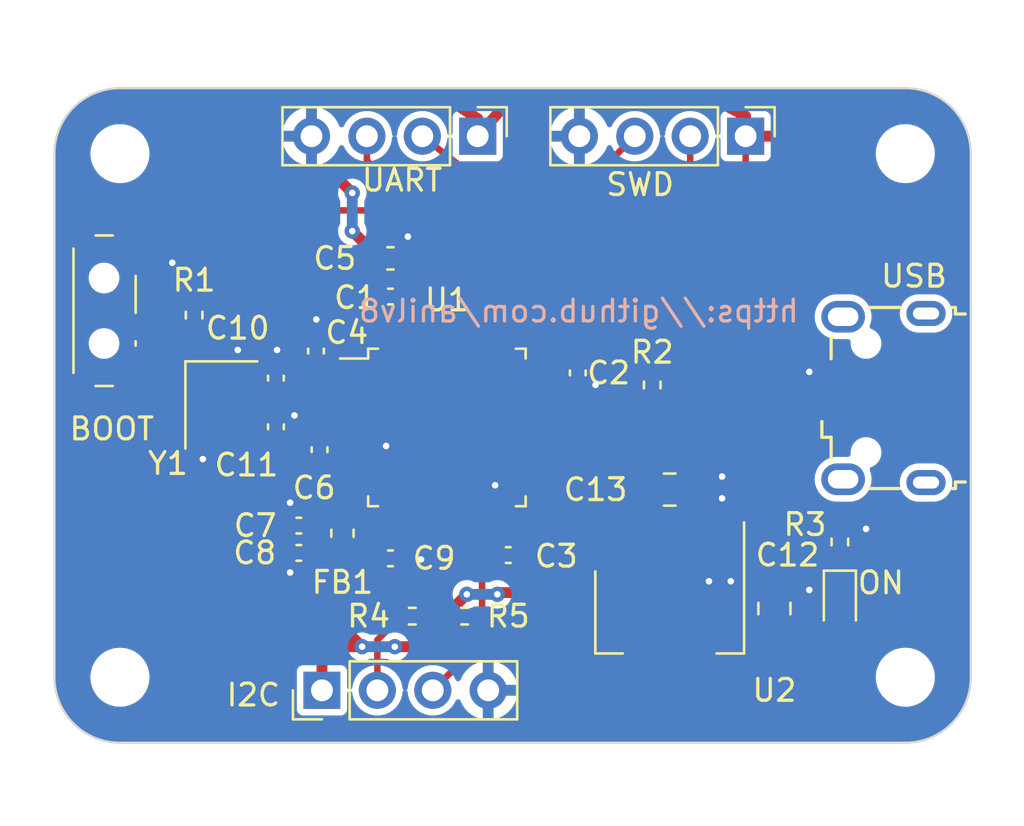
<source format=kicad_pcb>
(kicad_pcb (version 20221018) (generator pcbnew)
  (title_block (title "STM32+USB+UART+I2C+SWD") (date "2023-06-25") (rev "1.0"))
  (layers (0 "F.Cu" signal) (31 "B.Cu" power) (34 "B.Paste" user) (35 "F.Paste" user) (36 "B.SilkS" user "B.Silkscreen") (37 "F.SilkS" user "F.Silkscreen") (38 "B.Mask" user) (39 "F.Mask" user) (44 "Edge.Cuts" user))
  (net 0 "")
  (net 1 "+3.3V")
  (net 2 "GND")
  (net 3 "+3.3VA")
  (net 4 "/NRST")
  (net 5 "/HSE_IN")
  (net 6 "/HSE_OUT")
  (net 7 "VBUS")
  (net 8 "/PWR_LED_K")
  (net 9 "/USB_D-")
  (net 10 "/USB_D+")
  (net 12 "/SWDIO")
  (net 13 "/SWCLK")
  (net 14 "/USART1_TX")
  (net 15 "/USART1_RX")
  (net 16 "/I2C2_SCL")
  (net 17 "/I2C2_SDA")
  (net 18 "/SW_BOOT0")
  (net 19 "/BOOT0")
  (footprint "Resistor_SMD:R_0402_1005Metric" (layer "F.Cu") (at 135 56.8 -90)
    (fp_text reference "R2" (at -1.5 0 -180) (layer "F.SilkS"))
    (fp_text value "1k5")
    (fp_line (start -0.153641 -0.38) (end 0.153641 -0.38) (stroke (width 0.12)) (layer "F.SilkS"))
    (fp_line (start -0.153641 0.38) (end 0.153641 0.38) (stroke (width 0.12)) (layer "F.SilkS"))
    (pad "1" smd roundrect (at -0.51 0 270) (size 0.54 0.64) (layers "F.Cu" "F.Paste" "F.Mask") (net 1 "+3.3V"))
    (pad "2" smd roundrect (at 0.51 0 270) (size 0.54 0.64) (layers "F.Cu" "F.Paste" "F.Mask") (net 10 "/USB_D+"))
  )
  (footprint "Package_QFP:LQFP-48_7x7mm_P0.5mm" (layer "F.Cu") (at 125.5875 58.75)
    (fp_text reference "U1" (at 0 -5.85) (layer "F.SilkS"))
    (fp_text value "STM32F103C8T6")
    (fp_line (start -3.61 -3.61) (end -3.61 -3.16) (stroke (width 0.12)) (layer "F.SilkS"))
    (fp_line (start -3.61 -3.16) (end -4.9 -3.16) (stroke (width 0.12)) (layer "F.SilkS"))
    (fp_line (start -3.61 3.61) (end -3.61 3.16) (stroke (width 0.12)) (layer "F.SilkS"))
    (fp_line (start -3.16 -3.61) (end -3.61 -3.61) (stroke (width 0.12)) (layer "F.SilkS"))
    (fp_line (start -3.16 3.61) (end -3.61 3.61) (stroke (width 0.12)) (layer "F.SilkS"))
    (fp_line (start 3.16 -3.61) (end 3.61 -3.61) (stroke (width 0.12)) (layer "F.SilkS"))
    (fp_line (start 3.16 3.61) (end 3.61 3.61) (stroke (width 0.12)) (layer "F.SilkS"))
    (fp_line (start 3.61 -3.61) (end 3.61 -3.16) (stroke (width 0.12)) (layer "F.SilkS"))
    (fp_line (start 3.61 3.61) (end 3.61 3.16) (stroke (width 0.12)) (layer "F.SilkS"))
    (pad "1" smd roundrect (at -4.1625 -2.75) (size 1.475 0.3) (layers "F.Cu" "F.Paste" "F.Mask") (net 1 "+3.3V"))
    (pad "2" smd roundrect (at -4.1625 -2.25) (size 1.475 0.3) (layers "F.Cu" "F.Paste" "F.Mask"))
    (pad "3" smd roundrect (at -4.1625 -1.75) (size 1.475 0.3) (layers "F.Cu" "F.Paste" "F.Mask"))
    (pad "4" smd roundrect (at -4.1625 -1.25) (size 1.475 0.3) (layers "F.Cu" "F.Paste" "F.Mask"))
    (pad "5" smd roundrect (at -4.1625 -0.75) (size 1.475 0.3) (layers "F.Cu" "F.Paste" "F.Mask") (net 5 "/HSE_IN"))
    (pad "6" smd roundrect (at -4.1625 -0.25) (size 1.475 0.3) (layers "F.Cu" "F.Paste" "F.Mask") (net 6 "/HSE_OUT"))
    (pad "7" smd roundrect (at -4.1625 0.25) (size 1.475 0.3) (layers "F.Cu" "F.Paste" "F.Mask") (net 4 "/NRST"))
    (pad "8" smd roundrect (at -4.1625 0.75) (size 1.475 0.3) (layers "F.Cu" "F.Paste" "F.Mask") (net 2 "GND"))
    (pad "9" smd roundrect (at -4.1625 1.25) (size 1.475 0.3) (layers "F.Cu" "F.Paste" "F.Mask") (net 3 "+3.3VA"))
    (pad "10" smd roundrect (at -4.1625 1.75) (size 1.475 0.3) (layers "F.Cu" "F.Paste" "F.Mask"))
    (pad "11" smd roundrect (at -4.1625 2.25) (size 1.475 0.3) (layers "F.Cu" "F.Paste" "F.Mask"))
    (pad "12" smd roundrect (at -4.1625 2.75) (size 1.475 0.3) (layers "F.Cu" "F.Paste" "F.Mask"))
    (pad "13" smd roundrect (at -2.75 4.1625) (size 0.3 1.475) (layers "F.Cu" "F.Paste" "F.Mask"))
    (pad "14" smd roundrect (at -2.25 4.1625) (size 0.3 1.475) (layers "F.Cu" "F.Paste" "F.Mask"))
    (pad "15" smd roundrect (at -1.75 4.1625) (size 0.3 1.475) (layers "F.Cu" "F.Paste" "F.Mask"))
    (pad "16" smd roundrect (at -1.25 4.1625) (size 0.3 1.475) (layers "F.Cu" "F.Paste" "F.Mask"))
    (pad "17" smd roundrect (at -0.75 4.1625) (size 0.3 1.475) (layers "F.Cu" "F.Paste" "F.Mask"))
    (pad "18" smd roundrect (at -0.25 4.1625) (size 0.3 1.475) (layers "F.Cu" "F.Paste" "F.Mask"))
    (pad "19" smd roundrect (at 0.25 4.1625) (size 0.3 1.475) (layers "F.Cu" "F.Paste" "F.Mask"))
    (pad "20" smd roundrect (at 0.75 4.1625) (size 0.3 1.475) (layers "F.Cu" "F.Paste" "F.Mask"))
    (pad "21" smd roundrect (at 1.25 4.1625) (size 0.3 1.475) (layers "F.Cu" "F.Paste" "F.Mask") (net 16 "/I2C2_SCL"))
    (pad "22" smd roundrect (at 1.75 4.1625) (size 0.3 1.475) (layers "F.Cu" "F.Paste" "F.Mask") (net 17 "/I2C2_SDA"))
    (pad "23" smd roundrect (at 2.25 4.1625) (size 0.3 1.475) (layers "F.Cu" "F.Paste" "F.Mask") (net 2 "GND"))
    (pad "24" smd roundrect (at 2.75 4.1625) (size 0.3 1.475) (layers "F.Cu" "F.Paste" "F.Mask") (net 1 "+3.3V"))
    (pad "25" smd roundrect (at 4.1625 2.75) (size 1.475 0.3) (layers "F.Cu" "F.Paste" "F.Mask"))
    (pad "26" smd roundrect (at 4.1625 2.25) (size 1.475 0.3) (layers "F.Cu" "F.Paste" "F.Mask"))
    (pad "27" smd roundrect (at 4.1625 1.75) (size 1.475 0.3) (layers "F.Cu" "F.Paste" "F.Mask"))
    (pad "28" smd roundrect (at 4.1625 1.25) (size 1.475 0.3) (layers "F.Cu" "F.Paste" "F.Mask"))
    (pad "29" smd roundrect (at 4.1625 0.75) (size 1.475 0.3) (layers "F.Cu" "F.Paste" "F.Mask"))
    (pad "30" smd roundrect (at 4.1625 0.25) (size 1.475 0.3) (layers "F.Cu" "F.Paste" "F.Mask"))
    (pad "31" smd roundrect (at 4.1625 -0.25) (size 1.475 0.3) (layers "F.Cu" "F.Paste" "F.Mask"))
    (pad "32" smd roundrect (at 4.1625 -0.75) (size 1.475 0.3) (layers "F.Cu" "F.Paste" "F.Mask") (net 9 "/USB_D-"))
    (pad "33" smd roundrect (at 4.1625 -1.25) (size 1.475 0.3) (layers "F.Cu" "F.Paste" "F.Mask") (net 10 "/USB_D+"))
    (pad "34" smd roundrect (at 4.1625 -1.75) (size 1.475 0.3) (layers "F.Cu" "F.Paste" "F.Mask") (net 12 "/SWDIO"))
    (pad "35" smd roundrect (at 4.1625 -2.25) (size 1.475 0.3) (layers "F.Cu" "F.Paste" "F.Mask") (net 2 "GND"))
    (pad "36" smd roundrect (at 4.1625 -2.75) (size 1.475 0.3) (layers "F.Cu" "F.Paste" "F.Mask") (net 1 "+3.3V"))
    (pad "37" smd roundrect (at 2.75 -4.1625) (size 0.3 1.475) (layers "F.Cu" "F.Paste" "F.Mask") (net 13 "/SWCLK"))
    (pad "38" smd roundrect (at 2.25 -4.1625) (size 0.3 1.475) (layers "F.Cu" "F.Paste" "F.Mask"))
    (pad "39" smd roundrect (at 1.75 -4.1625) (size 0.3 1.475) (layers "F.Cu" "F.Paste" "F.Mask"))
    (pad "40" smd roundrect (at 1.25 -4.1625) (size 0.3 1.475) (layers "F.Cu" "F.Paste" "F.Mask"))
    (pad "41" smd roundrect (at 0.75 -4.1625) (size 0.3 1.475) (layers "F.Cu" "F.Paste" "F.Mask"))
    (pad "42" smd roundrect (at 0.25 -4.1625) (size 0.3 1.475) (layers "F.Cu" "F.Paste" "F.Mask") (net 14 "/USART1_TX"))
    (pad "43" smd roundrect (at -0.25 -4.1625) (size 0.3 1.475) (layers "F.Cu" "F.Paste" "F.Mask") (net 15 "/USART1_RX"))
    (pad "44" smd roundrect (at -0.75 -4.1625) (size 0.3 1.475) (layers "F.Cu" "F.Paste" "F.Mask") (net 19 "/BOOT0"))
    (pad "45" smd roundrect (at -1.25 -4.1625) (size 0.3 1.475) (layers "F.Cu" "F.Paste" "F.Mask"))
    (pad "46" smd roundrect (at -1.75 -4.1625) (size 0.3 1.475) (layers "F.Cu" "F.Paste" "F.Mask"))
    (pad "47" smd roundrect (at -2.25 -4.1625) (size 0.3 1.475) (layers "F.Cu" "F.Paste" "F.Mask") (net 2 "GND"))
    (pad "48" smd roundrect (at -2.75 -4.1625) (size 0.3 1.475) (layers "F.Cu" "F.Paste" "F.Mask") (net 1 "+3.3V"))
  )
  (footprint "Package_TO_SOT_SMD:SOT-223-3_TabPin2" (layer "F.Cu") (at 135.8 67.2 -90)
    (fp_text reference "U2" (at 3.6 -4.8 -180) (layer "F.SilkS"))
    (fp_text value "AMS1117-3.3")
    (fp_line (start -4.1 -3.41) (end 1.91 -3.41) (stroke (width 0.12)) (layer "F.SilkS"))
    (fp_line (start -1.85 3.41) (end 1.91 3.41) (stroke (width 0.12)) (layer "F.SilkS"))
    (fp_line (start 1.91 -3.41) (end 1.91 -2.15) (stroke (width 0.12)) (layer "F.SilkS"))
    (fp_line (start 1.91 3.41) (end 1.91 2.15) (stroke (width 0.12)) (layer "F.SilkS"))
    (pad "1" smd rect (at -3.15 -2.3 270) (size 2 1.5) (layers "F.Cu" "F.Paste" "F.Mask") (net 2 "GND"))
    (pad "2" smd rect (at -3.15 0 270) (size 2 1.5) (layers "F.Cu" "F.Paste" "F.Mask") (net 1 "+3.3V"))
    (pad "2" smd rect (at 3.15 0 270) (size 2 3.8) (layers "F.Cu" "F.Paste" "F.Mask") (net 1 "+3.3V"))
    (pad "3" smd rect (at -3.15 2.3 270) (size 2 1.5) (layers "F.Cu" "F.Paste" "F.Mask") (net 7 "VBUS"))
  )
  (footprint "Connector_PinHeader_2.54mm:PinHeader_1x04_P2.54mm_Vertical" (layer "F.Cu") (at 139.28 45.4 -90)
    (fp_text reference "J2" hide)
    (fp_text value "Conn_01x04_Pin")
    (fp_line (start -1.33 -1.33) (end 0 -1.33) (stroke (width 0.12)) (layer "F.SilkS"))
    (fp_line (start -1.33 0) (end -1.33 -1.33) (stroke (width 0.12)) (layer "F.SilkS"))
    (fp_line (start -1.33 1.27) (end -1.33 8.95) (stroke (width 0.12)) (layer "F.SilkS"))
    (fp_line (start -1.33 1.27) (end 1.33 1.27) (stroke (width 0.12)) (layer "F.SilkS"))
    (fp_line (start -1.33 8.95) (end 1.33 8.95) (stroke (width 0.12)) (layer "F.SilkS"))
    (fp_line (start 1.33 1.27) (end 1.33 8.95) (stroke (width 0.12)) (layer "F.SilkS"))
    (pad "1" thru_hole rect (at 0 0 270) (size 1.7 1.7) (drill 1) (layers "*.Cu" "*.Mask") (net 1 "+3.3V"))
    (pad "2" thru_hole oval (at 0 2.54 270) (size 1.7 1.7) (drill 1) (layers "*.Cu" "*.Mask") (net 12 "/SWDIO"))
    (pad "3" thru_hole oval (at 0 5.08 270) (size 1.7 1.7) (drill 1) (layers "*.Cu" "*.Mask") (net 13 "/SWCLK"))
    (pad "4" thru_hole oval (at 0 7.62 270) (size 1.7 1.7) (drill 1) (layers "*.Cu" "*.Mask") (net 2 "GND"))
  )
  (footprint "Button_Switch_SMD:SW_SPDT_PCM12" (layer "F.Cu") (at 110.2 53.4 -90)
    (fp_text reference "SW1" hide)
    (fp_text value "SW_SPDT")
    (fp_line (start -3.45 -0.07) (end -3.45 0.72) (stroke (width 0.12)) (layer "F.SilkS"))
    (fp_line (start -2.85 1.73) (end 2.85 1.73) (stroke (width 0.12)) (layer "F.SilkS"))
    (fp_line (start -1.6 -1.12) (end 0.1 -1.12) (stroke (width 0.12)) (layer "F.SilkS"))
    (fp_line (start 1.4 -1.12) (end 1.6 -1.12) (stroke (width 0.12)) (layer "F.SilkS"))
    (fp_line (start 3.45 0.72) (end 3.45 -0.07) (stroke (width 0.12)) (layer "F.SilkS"))
    (pad "" smd rect (at -3.65 -0.78 270) (size 1 0.8) (layers "F.Cu" "F.Paste" "F.Mask"))
    (pad "" smd rect (at -3.65 1.43 270) (size 1 0.8) (layers "F.Cu" "F.Paste" "F.Mask"))
    (pad "" np_thru_hole circle (at -1.5 0.33 270) (size 0.9 0.9) (drill 0.9) (layers "*.Cu" "*.Mask"))
    (pad "" np_thru_hole circle (at 1.5 0.33 270) (size 0.9 0.9) (drill 0.9) (layers "*.Cu" "*.Mask"))
    (pad "" smd rect (at 3.65 -0.78 270) (size 1 0.8) (layers "F.Cu" "F.Paste" "F.Mask"))
    (pad "" smd rect (at 3.65 1.43 270) (size 1 0.8) (layers "F.Cu" "F.Paste" "F.Mask"))
    (pad "1" smd rect (at -2.25 -1.43 270) (size 0.7 1.5) (layers "F.Cu" "F.Paste" "F.Mask") (net 2 "GND"))
    (pad "2" smd rect (at 0.75 -1.43 270) (size 0.7 1.5) (layers "F.Cu" "F.Paste" "F.Mask") (net 18 "/SW_BOOT0"))
    (pad "3" smd rect (at 2.25 -1.43 270) (size 0.7 1.5) (layers "F.Cu" "F.Paste" "F.Mask") (net 1 "+3.3V"))
  )
  (footprint "Resistor_SMD:R_0402_1005Metric" (layer "F.Cu") (at 114 53.6 90)
    (fp_text reference "R1" (at 1.6 0 180) (layer "F.SilkS"))
    (fp_text value "10k")
    (fp_line (start -0.153641 -0.38) (end 0.153641 -0.38) (stroke (width 0.12)) (layer "F.SilkS"))
    (fp_line (start -0.153641 0.38) (end 0.153641 0.38) (stroke (width 0.12)) (layer "F.SilkS"))
    (pad "1" smd roundrect (at -0.51 0 90) (size 0.54 0.64) (layers "F.Cu" "F.Paste" "F.Mask") (net 18 "/SW_BOOT0"))
    (pad "2" smd roundrect (at 0.51 0 90) (size 0.54 0.64) (layers "F.Cu" "F.Paste" "F.Mask") (net 19 "/BOOT0"))
  )
  (footprint "Capacitor_SMD:C_0402_1005Metric" (layer "F.Cu") (at 118.8 63.25 180)
    (fp_text reference "C7" (at 2 0) (layer "F.SilkS"))
    (fp_text value "1u")
    (fp_line (start -0.107836 -0.36) (end 0.107836 -0.36) (stroke (width 0.12)) (layer "F.SilkS"))
    (fp_line (start -0.107836 0.36) (end 0.107836 0.36) (stroke (width 0.12)) (layer "F.SilkS"))
    (pad "1" smd roundrect (at -0.48 0 180) (size 0.56 0.62) (layers "F.Cu" "F.Paste" "F.Mask") (net 3 "+3.3VA"))
    (pad "2" smd roundrect (at 0.48 0 180) (size 0.56 0.62) (layers "F.Cu" "F.Paste" "F.Mask") (net 2 "GND"))
  )
  (footprint "Resistor_SMD:R_0402_1005Metric" (layer "F.Cu") (at 126.4 67.4)
    (fp_text reference "R5" (at 2 0) (layer "F.SilkS"))
    (fp_text value "1k5")
    (fp_line (start -0.153641 -0.38) (end 0.153641 -0.38) (stroke (width 0.12)) (layer "F.SilkS"))
    (fp_line (start -0.153641 0.38) (end 0.153641 0.38) (stroke (width 0.12)) (layer "F.SilkS"))
    (pad "1" smd roundrect (at -0.51 0) (size 0.54 0.64) (layers "F.Cu" "F.Paste" "F.Mask") (net 1 "+3.3V"))
    (pad "2" smd roundrect (at 0.51 0) (size 0.54 0.64) (layers "F.Cu" "F.Paste" "F.Mask") (net 17 "/I2C2_SDA"))
  )
  (footprint "Crystal:Crystal_SMD_3225-4Pin_3.2x2.5mm" (layer "F.Cu") (at 115.25 57.72 -90)
    (fp_text reference "Y1" (at 2.68 2.45) (layer "F.SilkS"))
    (fp_text value "16MHz")
    (fp_line (start -2 -1.65) (end -2 1.65) (stroke (width 0.12)) (layer "F.SilkS"))
    (fp_line (start -2 1.65) (end 2 1.65) (stroke (width 0.12)) (layer "F.SilkS"))
    (pad "1" smd rect (at -1.1 0.85 270) (size 1.4 1.2) (layers "F.Cu" "F.Paste" "F.Mask") (net 5 "/HSE_IN"))
    (pad "2" smd rect (at 1.1 0.85 270) (size 1.4 1.2) (layers "F.Cu" "F.Paste" "F.Mask") (net 2 "GND"))
    (pad "3" smd rect (at 1.1 -0.85 270) (size 1.4 1.2) (layers "F.Cu" "F.Paste" "F.Mask") (net 6 "/HSE_OUT"))
    (pad "4" smd rect (at -1.1 -0.85 270) (size 1.4 1.2) (layers "F.Cu" "F.Paste" "F.Mask") (net 2 "GND"))
  )
  (footprint "MountingHole:MountingHole_2.2mm_M2" (layer "F.Cu") (at 110.6 70.2)
    (fp_text reference "H1")
    (fp_text value "MountingHole")
    (pad "" np_thru_hole circle (at 0 0) (size 2.2 2.2) (drill 2.2) (layers "*.Cu" "*.Mask"))
  )
  (footprint "Capacitor_SMD:C_0402_1005Metric" (layer "F.Cu") (at 117.75 58.72 90)
    (fp_text reference "C11" (at -1.75 -1.35 180) (layer "F.SilkS"))
    (fp_text value "10p")
    (fp_line (start -0.107836 -0.36) (end 0.107836 -0.36) (stroke (width 0.12)) (layer "F.SilkS"))
    (fp_line (start -0.107836 0.36) (end 0.107836 0.36) (stroke (width 0.12)) (layer "F.SilkS"))
    (pad "1" smd roundrect (at -0.48 0 90) (size 0.56 0.62) (layers "F.Cu" "F.Paste" "F.Mask") (net 6 "/HSE_OUT"))
    (pad "2" smd roundrect (at 0.48 0 90) (size 0.56 0.62) (layers "F.Cu" "F.Paste" "F.Mask") (net 2 "GND"))
  )
  (footprint "Capacitor_SMD:C_0805_2012Metric" (layer "F.Cu") (at 135.8 61.6)
    (fp_text reference "C13" (at -3.4 0) (layer "F.SilkS"))
    (fp_text value "22u")
    (fp_line (start -0.261252 -0.735) (end 0.261252 -0.735) (stroke (width 0.12)) (layer "F.SilkS"))
    (fp_line (start -0.261252 0.735) (end 0.261252 0.735) (stroke (width 0.12)) (layer "F.SilkS"))
    (pad "1" smd roundrect (at -0.95 0) (size 1 1.45) (layers "F.Cu" "F.Paste" "F.Mask") (net 7 "VBUS"))
    (pad "2" smd roundrect (at 0.95 0) (size 1 1.45) (layers "F.Cu" "F.Paste" "F.Mask") (net 2 "GND"))
  )
  (footprint "Capacitor_SMD:C_0402_1005Metric" (layer "F.Cu") (at 119.75 59.77 90)
    (fp_text reference "C6" (at -1.75 -0.25 180) (layer "F.SilkS"))
    (fp_text value "10n")
    (fp_line (start -0.107836 -0.36) (end 0.107836 -0.36) (stroke (width 0.12)) (layer "F.SilkS"))
    (fp_line (start -0.107836 0.36) (end 0.107836 0.36) (stroke (width 0.12)) (layer "F.SilkS"))
    (pad "1" smd roundrect (at -0.48 0 90) (size 0.56 0.62) (layers "F.Cu" "F.Paste" "F.Mask") (net 3 "+3.3VA"))
    (pad "2" smd roundrect (at 0.48 0 90) (size 0.56 0.62) (layers "F.Cu" "F.Paste" "F.Mask") (net 2 "GND"))
  )
  (footprint "MountingHole:MountingHole_2.2mm_M2" (layer "F.Cu") (at 146.6 70.2)
    (fp_text reference "H2")
    (fp_text value "MountingHole")
    (pad "" np_thru_hole circle (at 0 0) (size 2.2 2.2) (drill 2.2) (layers "*.Cu" "*.Mask"))
  )
  (footprint "Inductor_SMD:L_0603_1608Metric" (layer "F.Cu") (at 120.8 63.6 -90)
    (fp_text reference "FB1" (at 2.25 0 -180) (layer "F.SilkS"))
    (fp_text value "120R")
    (fp_line (start -0.162779 -0.51) (end 0.162779 -0.51) (stroke (width 0.12)) (layer "F.SilkS"))
    (fp_line (start -0.162779 0.51) (end 0.162779 0.51) (stroke (width 0.12)) (layer "F.SilkS"))
    (pad "1" smd roundrect (at -0.7875 0 270) (size 0.875 0.95) (layers "F.Cu" "F.Paste" "F.Mask") (net 3 "+3.3VA"))
    (pad "2" smd roundrect (at 0.7875 0 270) (size 0.875 0.95) (layers "F.Cu" "F.Paste" "F.Mask") (net 1 "+3.3V"))
  )
  (footprint "MountingHole:MountingHole_2.2mm_M2" (layer "F.Cu") (at 146.6 46.2)
    (fp_text reference "H4")
    (fp_text value "MountingHole")
    (pad "" np_thru_hole circle (at 0 0) (size 2.2 2.2) (drill 2.2) (layers "*.Cu" "*.Mask"))
  )
  (footprint "Capacitor_SMD:C_0402_1005Metric" (layer "F.Cu") (at 118.8 64.5 180)
    (fp_text reference "C8" (at 2.02 0) (layer "F.SilkS"))
    (fp_text value "1u")
    (fp_line (start -0.107836 -0.36) (end 0.107836 -0.36) (stroke (width 0.12)) (layer "F.SilkS"))
    (fp_line (start -0.107836 0.36) (end 0.107836 0.36) (stroke (width 0.12)) (layer "F.SilkS"))
    (pad "1" smd roundrect (at -0.48 0 180) (size 0.56 0.62) (layers "F.Cu" "F.Paste" "F.Mask") (net 1 "+3.3V"))
    (pad "2" smd roundrect (at 0.48 0 180) (size 0.56 0.62) (layers "F.Cu" "F.Paste" "F.Mask") (net 2 "GND"))
  )
  (footprint "LED_SMD:LED_0603_1608Metric" (layer "F.Cu") (at 143.6 66.8 -90)
    (fp_text reference "D1" hide)
    (fp_text value "RED")
    (fp_line (start -1.485 -0.735) (end -1.485 0.735) (stroke (width 0.12)) (layer "F.SilkS"))
    (fp_line (start -1.485 0.735) (end 0.8 0.735) (stroke (width 0.12)) (layer "F.SilkS"))
    (fp_line (start 0.8 -0.735) (end -1.485 -0.735) (stroke (width 0.12)) (layer "F.SilkS"))
    (pad "1" smd roundrect (at -0.7875 0 270) (size 0.875 0.95) (layers "F.Cu" "F.Paste" "F.Mask") (net 8 "/PWR_LED_K"))
    (pad "2" smd roundrect (at 0.7875 0 270) (size 0.875 0.95) (layers "F.Cu" "F.Paste" "F.Mask") (net 1 "+3.3V"))
  )
  (footprint "Capacitor_SMD:C_0402_1005Metric" (layer "F.Cu") (at 128.4 64.6 180)
    (fp_text reference "C3" (at -2.2 -0.05 180) (layer "F.SilkS"))
    (fp_text value "100n")
    (fp_line (start -0.107836 -0.36) (end 0.107836 -0.36) (stroke (width 0.12)) (layer "F.SilkS"))
    (fp_line (start -0.107836 0.36) (end 0.107836 0.36) (stroke (width 0.12)) (layer "F.SilkS"))
    (pad "1" smd roundrect (at -0.48 0 180) (size 0.56 0.62) (layers "F.Cu" "F.Paste" "F.Mask") (net 1 "+3.3V"))
    (pad "2" smd roundrect (at 0.48 0 180) (size 0.56 0.62) (layers "F.Cu" "F.Paste" "F.Mask") (net 2 "GND"))
  )
  (footprint "Capacitor_SMD:C_0402_1005Metric" (layer "F.Cu") (at 119.5875 55.25 90)
    (fp_text reference "C4" (at 0.85 1.4125 180) (layer "F.SilkS"))
    (fp_text value "100n")
    (fp_line (start -0.107836 -0.36) (end 0.107836 -0.36) (stroke (width 0.12)) (layer "F.SilkS"))
    (fp_line (start -0.107836 0.36) (end 0.107836 0.36) (stroke (width 0.12)) (layer "F.SilkS"))
    (pad "1" smd roundrect (at -0.48 0 90) (size 0.56 0.62) (layers "F.Cu" "F.Paste" "F.Mask") (net 1 "+3.3V"))
    (pad "2" smd roundrect (at 0.48 0 90) (size 0.56 0.62) (layers "F.Cu" "F.Paste" "F.Mask") (net 2 "GND"))
  )
  (footprint "Capacitor_SMD:C_0402_1005Metric" (layer "F.Cu") (at 123 52.75)
    (fp_text reference "C1" (at -1.6 0.05) (layer "F.SilkS"))
    (fp_text value "100n")
    (fp_line (start -0.107836 -0.36) (end 0.107836 -0.36) (stroke (width 0.12)) (layer "F.SilkS"))
    (fp_line (start -0.107836 0.36) (end 0.107836 0.36) (stroke (width 0.12)) (layer "F.SilkS"))
    (pad "1" smd roundrect (at -0.48 0) (size 0.56 0.62) (layers "F.Cu" "F.Paste" "F.Mask") (net 1 "+3.3V"))
    (pad "2" smd roundrect (at 0.48 0) (size 0.56 0.62) (layers "F.Cu" "F.Paste" "F.Mask") (net 2 "GND"))
  )
  (footprint "Capacitor_SMD:C_0402_1005Metric" (layer "F.Cu") (at 123 64.75)
    (fp_text reference "C9" (at 2 0) (layer "F.SilkS"))
    (fp_text value "100n")
    (fp_line (start -0.107836 -0.36) (end 0.107836 -0.36) (stroke (width 0.12)) (layer "F.SilkS"))
    (fp_line (start -0.107836 0.36) (end 0.107836 0.36) (stroke (width 0.12)) (layer "F.SilkS"))
    (pad "1" smd roundrect (at -0.48 0) (size 0.56 0.62) (layers "F.Cu" "F.Paste" "F.Mask") (net 4 "/NRST"))
    (pad "2" smd roundrect (at 0.48 0) (size 0.56 0.62) (layers "F.Cu" "F.Paste" "F.Mask") (net 2 "GND"))
  )
  (footprint "Connector_PinHeader_2.54mm:PinHeader_1x04_P2.54mm_Vertical" (layer "F.Cu") (at 127 45.4 -90)
    (fp_text reference "J3" hide)
    (fp_text value "Conn_01x04_Pin")
    (fp_line (start -1.33 -1.33) (end 0 -1.33) (stroke (width 0.12)) (layer "F.SilkS"))
    (fp_line (start -1.33 0) (end -1.33 -1.33) (stroke (width 0.12)) (layer "F.SilkS"))
    (fp_line (start -1.33 1.27) (end -1.33 8.95) (stroke (width 0.12)) (layer "F.SilkS"))
    (fp_line (start -1.33 1.27) (end 1.33 1.27) (stroke (width 0.12)) (layer "F.SilkS"))
    (fp_line (start -1.33 8.95) (end 1.33 8.95) (stroke (width 0.12)) (layer "F.SilkS"))
    (fp_line (start 1.33 1.27) (end 1.33 8.95) (stroke (width 0.12)) (layer "F.SilkS"))
    (pad "1" thru_hole rect (at 0 0 270) (size 1.7 1.7) (drill 1) (layers "*.Cu" "*.Mask") (net 1 "+3.3V"))
    (pad "2" thru_hole oval (at 0 2.54 270) (size 1.7 1.7) (drill 1) (layers "*.Cu" "*.Mask") (net 14 "/USART1_TX"))
    (pad "3" thru_hole oval (at 0 5.08 270) (size 1.7 1.7) (drill 1) (layers "*.Cu" "*.Mask") (net 15 "/USART1_RX"))
    (pad "4" thru_hole oval (at 0 7.62 270) (size 1.7 1.7) (drill 1) (layers "*.Cu" "*.Mask") (net 2 "GND"))
  )
  (footprint "Connector_USB:USB_Micro-B_Wuerth_629105150521" (layer "F.Cu") (at 145.6 57.4 90)
    (fp_text reference "J1" hide)
    (fp_text value "USB_B_Micro")
    (fp_line (start -4.15 -0.65) (end -4.15 0.75) (stroke (width 0.15)) (layer "F.SilkS"))
    (fp_line (start -4.15 3.15) (end -4.15 3.3) (stroke (width 0.15)) (layer "F.SilkS"))
    (fp_line (start -4.15 3.3) (end -3.85 3.3) (stroke (width 0.15)) (layer "F.SilkS"))
    (fp_line (start -3.85 3.3) (end -3.85 3.75) (stroke (width 0.15)) (layer "F.SilkS"))
    (fp_line (start -1.8 -2.825) (end -1.8 -2.4) (stroke (width 0.15)) (layer "F.SilkS"))
    (fp_line (start -1.8 -2.4) (end -2.8 -2.4) (stroke (width 0.15)) (layer "F.SilkS"))
    (fp_line (start -1.075 -2.825) (end -1.8 -2.825) (stroke (width 0.15)) (layer "F.SilkS"))
    (fp_line (start 1.8 -2.4) (end 2.8 -2.4) (stroke (width 0.15)) (layer "F.SilkS"))
    (fp_line (start 3.85 3.3) (end 4.15 3.3) (stroke (width 0.15)) (layer "F.SilkS"))
    (fp_line (start 3.85 3.75) (end 3.85 3.3) (stroke (width 0.15)) (layer "F.SilkS"))
    (fp_line (start 4.15 0.75) (end 4.15 -0.65) (stroke (width 0.15)) (layer "F.SilkS"))
    (fp_line (start 4.15 3.3) (end 4.15 3.15) (stroke (width 0.15)) (layer "F.SilkS"))
    (pad "" np_thru_hole oval (at -2.5 -0.8 90) (size 0.8 0.8) (drill 0.8) (layers "*.Cu" "*.Mask"))
    (pad "" np_thru_hole oval (at 2.5 -0.8 90) (size 0.8 0.8) (drill 0.8) (layers "*.Cu" "*.Mask"))
    (pad "1" smd rect (at -1.3 -1.9 90) (size 0.45 1.3) (layers "F.Cu" "F.Paste" "F.Mask") (net 7 "VBUS"))
    (pad "2" smd rect (at -0.65 -1.9 90) (size 0.45 1.3) (layers "F.Cu" "F.Paste" "F.Mask") (net 9 "/USB_D-"))
    (pad "3" smd rect (at 0 -1.9 90) (size 0.45 1.3) (layers "F.Cu" "F.Paste" "F.Mask") (net 10 "/USB_D+"))
    (pad "4" smd rect (at 0.65 -1.9 90) (size 0.45 1.3) (layers "F.Cu" "F.Paste" "F.Mask"))
    (pad "5" smd rect (at 1.3 -1.9 90) (size 0.45 1.3) (layers "F.Cu" "F.Paste" "F.Mask") (net 2 "GND"))
    (pad "6" thru_hole oval (at -3.875 1.95 90) (size 1.15 1.8) (drill oval 0.55 1.2) (layers "*.Cu" "*.Mask"))
    (pad "6" thru_hole oval (at -3.725 -1.85 90) (size 1.45 2) (drill oval 0.85 1.4) (layers "*.Cu" "*.Mask"))
    (pad "6" thru_hole oval (at 3.725 -1.85 90) (size 1.45 2) (drill oval 0.85 1.4) (layers "*.Cu" "*.Mask"))
    (pad "6" thru_hole oval (at 3.875 1.95 90) (size 1.15 1.8) (drill oval 0.55 1.2) (layers "*.Cu" "*.Mask"))
  )
  (footprint "Connector_PinHeader_2.54mm:PinHeader_1x04_P2.54mm_Vertical" (layer "F.Cu") (at 119.86 70.8 90)
    (fp_text reference "J4" hide)
    (fp_text value "Conn_01x04_Pin")
    (fp_line (start -1.33 -1.33) (end 0 -1.33) (stroke (width 0.12)) (layer "F.SilkS"))
    (fp_line (start -1.33 0) (end -1.33 -1.33) (stroke (width 0.12)) (layer "F.SilkS"))
    (fp_line (start -1.33 1.27) (end -1.33 8.95) (stroke (width 0.12)) (layer "F.SilkS"))
    (fp_line (start -1.33 1.27) (end 1.33 1.27) (stroke (width 0.12)) (layer "F.SilkS"))
    (fp_line (start -1.33 8.95) (end 1.33 8.95) (stroke (width 0.12)) (layer "F.SilkS"))
    (fp_line (start 1.33 1.27) (end 1.33 8.95) (stroke (width 0.12)) (layer "F.SilkS"))
    (pad "1" thru_hole rect (at 0 0 90) (size 1.7 1.7) (drill 1) (layers "*.Cu" "*.Mask") (net 1 "+3.3V"))
    (pad "2" thru_hole oval (at 0 2.54 90) (size 1.7 1.7) (drill 1) (layers "*.Cu" "*.Mask") (net 16 "/I2C2_SCL"))
    (pad "3" thru_hole oval (at 0 5.08 90) (size 1.7 1.7) (drill 1) (layers "*.Cu" "*.Mask") (net 17 "/I2C2_SDA"))
    (pad "4" thru_hole oval (at 0 7.62 90) (size 1.7 1.7) (drill 1) (layers "*.Cu" "*.Mask") (net 2 "GND"))
  )
  (footprint "Capacitor_SMD:C_0805_2012Metric" (layer "F.Cu") (at 140.6 67.05 90)
    (fp_text reference "C12" (at 2.45 0.6 180) (layer "F.SilkS"))
    (fp_text value "22u")
    (fp_line (start -0.261252 -0.735) (end 0.261252 -0.735) (stroke (width 0.12)) (layer "F.SilkS"))
    (fp_line (start -0.261252 0.735) (end 0.261252 0.735) (stroke (width 0.12)) (layer "F.SilkS"))
    (pad "1" smd roundrect (at -0.95 0 90) (size 1 1.45) (layers "F.Cu" "F.Paste" "F.Mask") (net 1 "+3.3V"))
    (pad "2" smd roundrect (at 0.95 0 90) (size 1 1.45) (layers "F.Cu" "F.Paste" "F.Mask") (net 2 "GND"))
  )
  (footprint "Capacitor_SMD:C_0402_1005Metric" (layer "F.Cu") (at 117.75 56.49 90)
    (fp_text reference "C10" (at 2.29 -1.75 180) (layer "F.SilkS"))
    (fp_text value "10p")
    (fp_line (start -0.107836 -0.36) (end 0.107836 -0.36) (stroke (width 0.12)) (layer "F.SilkS"))
    (fp_line (start -0.107836 0.36) (end 0.107836 0.36) (stroke (width 0.12)) (layer "F.SilkS"))
    (pad "1" smd roundrect (at -0.48 0 90) (size 0.56 0.62) (layers "F.Cu" "F.Paste" "F.Mask") (net 5 "/HSE_IN"))
    (pad "2" smd roundrect (at 0.48 0 90) (size 0.56 0.62) (layers "F.Cu" "F.Paste" "F.Mask") (net 2 "GND"))
  )
  (footprint "Resistor_SMD:R_0402_1005Metric" (layer "F.Cu") (at 143.6 64 90)
    (fp_text reference "R3" (at 0.8 -1.6 180) (layer "F.SilkS"))
    (fp_text value "1k5")
    (fp_line (start -0.153641 -0.38) (end 0.153641 -0.38) (stroke (width 0.12)) (layer "F.SilkS"))
    (fp_line (start -0.153641 0.38) (end 0.153641 0.38) (stroke (width 0.12)) (layer "F.SilkS"))
    (pad "1" smd roundrect (at -0.51 0 90) (size 0.54 0.64) (layers "F.Cu" "F.Paste" "F.Mask") (net 8 "/PWR_LED_K"))
    (pad "2" smd roundrect (at 0.51 0 90) (size 0.54 0.64) (layers "F.Cu" "F.Paste" "F.Mask") (net 2 "GND"))
  )
  (footprint "MountingHole:MountingHole_2.2mm_M2" (layer "F.Cu") (at 110.6 46.2)
    (fp_text reference "H3")
    (fp_text value "MountingHole")
    (pad "" np_thru_hole circle (at 0 0) (size 2.2 2.2) (drill 2.2) (layers "*.Cu" "*.Mask"))
  )
  (footprint "Resistor_SMD:R_0402_1005Metric" (layer "F.Cu") (at 124 67.4 180)
    (fp_text reference "R4" (at 2 0) (layer "F.SilkS"))
    (fp_text value "1k5")
    (fp_line (start -0.153641 -0.38) (end 0.153641 -0.38) (stroke (width 0.12)) (layer "F.SilkS"))
    (fp_line (start -0.153641 0.38) (end 0.153641 0.38) (stroke (width 0.12)) (layer "F.SilkS"))
    (pad "1" smd roundrect (at -0.51 0 180) (size 0.54 0.64) (layers "F.Cu" "F.Paste" "F.Mask") (net 1 "+3.3V"))
    (pad "2" smd roundrect (at 0.51 0 180) (size 0.54 0.64) (layers "F.Cu" "F.Paste" "F.Mask") (net 16 "/I2C2_SCL"))
  )
  (footprint "Capacitor_SMD:C_0603_1608Metric" (layer "F.Cu") (at 123 51)
    (fp_text reference "C5" (at -2.55 0) (layer "F.SilkS"))
    (fp_text value "10u")
    (fp_line (start -0.14058 -0.51) (end 0.14058 -0.51) (stroke (width 0.12)) (layer "F.SilkS"))
    (fp_line (start -0.14058 0.51) (end 0.14058 0.51) (stroke (width 0.12)) (layer "F.SilkS"))
    (pad "1" smd roundrect (at -0.775 0) (size 0.9 0.95) (layers "F.Cu" "F.Paste" "F.Mask") (net 1 "+3.3V"))
    (pad "2" smd roundrect (at 0.775 0) (size 0.9 0.95) (layers "F.Cu" "F.Paste" "F.Mask") (net 2 "GND"))
  )
  (footprint "Capacitor_SMD:C_0402_1005Metric" (layer "F.Cu") (at 131.5875 56.25 -90)
    (fp_text reference "C2" (at 0 -1.4125 -180) (layer "F.SilkS"))
    (fp_text value "100n")
    (fp_line (start -0.107836 -0.36) (end 0.107836 -0.36) (stroke (width 0.12)) (layer "F.SilkS"))
    (fp_line (start -0.107836 0.36) (end 0.107836 0.36) (stroke (width 0.12)) (layer "F.SilkS"))
    (pad "1" smd roundrect (at -0.48 0 270) (size 0.56 0.62) (layers "F.Cu" "F.Paste" "F.Mask") (net 1 "+3.3V"))
    (pad "2" smd roundrect (at 0.48 0 270) (size 0.56 0.62) (layers "F.Cu" "F.Paste" "F.Mask") (net 2 "GND"))
  )
  (gr_line (start 146.6 43.2) (end 110.6 43.2) (stroke (width 0.1)) (layer "Edge.Cuts"))
  (gr_line (start 149.6 70.2) (end 149.6 46.2) (stroke (width 0.1)) (layer "Edge.Cuts"))
  (gr_line (start 146.6 73.2) (end 110.6 73.2) (stroke (width 0.1)) (layer "Edge.Cuts"))
  (gr_arc (start 107.6 46.2) (mid 108.47868 44.07868) (end 110.6 43.2) (stroke (width 0.1)) (layer "Edge.Cuts"))
  (gr_arc (start 149.6 70.2) (mid 148.72132 72.32132) (end 146.6 73.2) (stroke (width 0.1)) (layer "Edge.Cuts"))
  (gr_line (start 107.6 70.2) (end 107.6 46.2) (stroke (width 0.1)) (layer "Edge.Cuts"))
  (gr_arc (start 110.6 73.2) (mid 108.47868 72.32132) (end 107.6 70.2) (stroke (width 0.1)) (layer "Edge.Cuts"))
  (gr_arc (start 146.6 43.2) (mid 148.72132 44.07868) (end 149.6 46.2) (stroke (width 0.1)) (layer "Edge.Cuts"))
  (gr_text "https://github.com/anilv8" (at 141.8 54) (layer "B.SilkS") (effects (font (size 1 1)) (justify left bottom mirror)))
  (gr_text "BOOT" (at 108.2 59.4) (layer "F.SilkS") (effects (font (size 1 1)) (justify left bottom)))
  (gr_text "I2C" (at 115.4 71.6) (layer "F.SilkS") (effects (font (size 1 1)) (justify left bottom)))
  (gr_text "ON" (at 144.335 66.4575) (layer "F.SilkS") (effects (font (size 1 1)) (justify left bottom)))
  (gr_text "UART" (at 121.6 48) (layer "F.SilkS") (effects (font (size 1 1)) (justify left bottom)))
  (gr_text "SWD" (at 132.8 48.2) (layer "F.SilkS") (effects (font (size 1 1)) (justify left bottom)))
  (gr_text "USB" (at 145.4 52.4) (layer "F.SilkS") (effects (font (size 1 1)) (justify left bottom)))
  (segment (start 125.89 67.4) (end 124.51 67.4) (width 0.5) (layer "F.Cu") (net 1))
  (segment (start 121.25 48) (end 120.75 47.5) (width 0.5) (layer "F.Cu") (net 1))
  (segment (start 120.2 68.8) (end 116.4 68.8) (width 0.5) (layer "F.Cu") (net 1))
  (segment (start 122.52 53.52) (end 122.52 52.75) (width 0.3) (layer "F.Cu") (net 1))
  (segment (start 128.88 64.08) (end 128.88 64.6) (width 0.3) (layer "F.Cu") (net 1))
  (segment (start 139.28 44.48) (end 139.28 45.4) (width 0.5) (layer "F.Cu") (net 1))
  (segment (start 132.2 55.4) (end 135 55.4) (width 0.3) (layer "F.Cu") (net 1))
  (segment (start 130.6 70.8) (end 130.6 66.32) (width 0.5) (layer "F.Cu") (net 1))
  (segment (start 127 45.4) (end 128.4 43.8) (width 0.5) (layer "F.Cu") (net 1))
  (segment (start 139.28 45.4) (end 141.8 45.4) (width 0.5) (layer "F.Cu") (net 1))
  (segment (start 122.2525 52.4525) (end 122.5475 52.7475) (width 0.5) (layer "F.Cu") (net 1))
  (segment (start 122.8375 54.5875) (end 122.8375 53.8375) (width 0.3) (layer "F.Cu") (net 1))
  (segment (start 143 71.2) (end 141.6 72.6) (width 0.5) (layer "F.Cu") (net 1))
  (segment (start 119.86 69.14) (end 120.2 68.8) (width 0.5) (layer "F.Cu") (net 1))
  (segment (start 132.4 72.6) (end 130.6 70.8) (width 0.5) (layer "F.Cu") (net 1))
  (segment (start 143.1875 68) (end 143.6 67.5875) (width 0.5) (layer "F.Cu") (net 1))
  (segment (start 130.6 56) (end 130.83 55.77) (width 0.3) (layer "F.Cu") (net 1))
  (segment (start 141.6 72.6) (end 132.4 72.6) (width 0.5) (layer "F.Cu") (net 1))
  (segment (start 125.89 67.0105) (end 125.89 67.4) (width 0.5) (layer "F.Cu") (net 1))
  (segment (start 144.8 67.6) (end 144.7875 67.5875) (width 0.5) (layer "F.Cu") (net 1))
  (segment (start 128.3375 63.5375) (end 128.88 64.08) (width 0.3) (layer "F.Cu") (net 1))
  (segment (start 117.25 46.5) (end 117.2 46.45) (width 0.5) (layer "F.Cu") (net 1))
  (segment (start 119.28 64.5) (end 120.6875 64.5) (width 0.5) (layer "F.Cu") (net 1))
  (segment (start 122.2 50.8725) (end 122.2 52.3275) (width 0.5) (layer "F.Cu") (net 1))
  (segment (start 122.225 50.725) (end 121.25 49.75) (width 0.5) (layer "F.Cu") (net 1))
  (segment (start 125.8 43.8) (end 127 44.6) (width 0.5) (layer "F.Cu") (net 1))
  (segment (start 120.6875 64.5) (end 120.8 64.3875) (width 0.5) (layer "F.Cu") (net 1))
  (segment (start 122.8375 53.8375) (end 122.52 53.52) (width 0.3) (layer "F.Cu") (net 1))
  (segment (start 131.5875 55.77) (end 131.83 55.77) (width 0.3) (layer "F.Cu") (net 1))
  (segment (start 117.2 46.45) (end 117.2 44.4) (width 0.5) (layer "F.Cu") (net 1))
  (segment (start 112.4 64.8) (end 112.4 56.42) (width 0.5) (layer "F.Cu") (net 1))
  (segment (start 128.4 43.8) (end 138 43.8) (width 0.5) (layer "F.Cu") (net 1))
  (segment (start 120.8 67.8995) (end 120.8 64.3875) (width 0.5) (layer "F.Cu") (net 1))
  (segment (start 138 43.8) (end 139.28 44.48) (width 0.5) (layer "F.Cu") (net 1))
  (segment (start 141.8 45.4) (end 146 49.6) (width 0.5) (layer "F.Cu") (net 1))
  (segment (start 121.7005 68.8) (end 120.8 67.8995) (width 0.5) (layer "F.Cu") (net 1))
  (segment (start 124.2 68.8) (end 123.2 68.8) (width 0.5) (layer "F.Cu") (net 1))
  (segment (start 119.5875 55.73) (end 119.7575 55.9) (width 0.5) (layer "F.Cu") (net 1))
  (segment (start 127 44.6) (end 127 45.4) (width 0.5) (layer "F.Cu") (net 1))
  (segment (start 116.4 68.8) (end 112.4 64.8) (width 0.5) (layer "F.Cu") (net 1))
  (segment (start 146 49.6) (end 146 66.4) (width 0.5) (layer "F.Cu") (net 1))
  (segment (start 124.4 68.6) (end 124.2 68.8) (width 0.5) (layer "F.Cu") (net 1))
  (segment (start 120.2 68.8) (end 121.7005 68.8) (width 0.5) (layer "F.Cu") (net 1))
  (segment (start 143.1875 68) (end 143 68.1875) (width 0.5) (layer "F.Cu") (net 1))
  (segment (start 130.6 66.32) (end 128.88 64.6) (width 0.5) (layer "F.Cu") (net 1))
  (segment (start 124.51 68.49) (end 124.4 68.6) (width 0.5) (layer "F.Cu") (net 1))
  (segment (start 135 55.4) (end 139.28 51.12) (width 0.3) (layer "F.Cu") (net 1))
  (segment (start 118 47.5) (end 117.25 46.75) (width 0.5) (layer "F.Cu") (net 1))
  (segment (start 130.83 55.77) (end 131.5875 55.77) (width 0.3) (layer "F.Cu") (net 1))
  (segment (start 129.75 56) (end 130.6 56) (width 0.3) (layer "F.Cu") (net 1))
  (segment (start 122.225 51) (end 122.225 50.725) (width 0.5) (layer "F.Cu") (net 1))
  (segment (start 144.7875 67.5875) (end 143.6 67.5875) (width 0.5) (layer "F.Cu") (net 1))
  (segment (start 120.75 47.5) (end 118 47.5) (width 0.5) (layer "F.Cu") (net 1))
  (segment (start 126.5005 66.4) (end 125.89 67.0105) (width 0.5) (layer "F.Cu") (net 1))
  (segment (start 127.9795 66.32) (end 127.8995 66.4) (width 0.5) (layer "F.Cu") (net 1))
  (segment (start 122.8 54.625) (end 122.8 55.6) (width 0.3) (layer "F.Cu") (net 1))
  (segment (start 143 68.1875) (end 143 71.2) (width 0.5) (layer "F.Cu") (net 1))
  (segment (start 112.4 56.42) (end 111.63 55.65) (width 0.5) (layer "F.Cu") (net 1))
  (segment (start 131.83 55.77) (end 132.2 55.4) (width 0.3) (layer "F.Cu") (net 1))
  (segment (start 128.3375 62.9125) (end 128.3375 63.5375) (width 0.3) (layer "F.Cu") (net 1))
  (segment (start 122.8 55.6) (end 122.4 56) (width 0.3) (layer "F.Cu") (net 1))
  (segment (start 139.28 51.12) (end 139.28 45.4) (width 0.3) (layer "F.Cu") (net 1))
  (segment (start 117.2 44.4) (end 117.8 43.8) (width 0.5) (layer "F.Cu") (net 1))
  (segment (start 117.25 46.75) (end 117.25 46.5) (width 0.5) (layer "F.Cu") (net 1))
  (segment (start 135 55.4) (end 135 56.29) (width 0.3) (layer "F.Cu") (net 1))
  (segment (start 119.86 70.8) (end 119.86 69.14) (width 0.5) (layer "F.Cu") (net 1))
  (segment (start 140.6 68) (end 143.1875 68) (width 0.5) (layer "F.Cu") (net 1))
  (segment (start 119.7575 55.9) (end 121.425 55.9) (width 0.5) (layer "F.Cu") (net 1))
  (segment (start 122.4 56) (end 121.425 56) (width 0.3) (layer "F.Cu") (net 1))
  (segment (start 130.6 66.32) (end 127.9795 66.32) (width 0.5) (layer "F.Cu") (net 1))
  (segment (start 117.8 43.8) (end 125.8 43.8) (width 0.5) (layer "F.Cu") (net 1))
  (segment (start 122.8375 54.5875) (end 122.8 54.625) (width 0.3) (layer "F.Cu") (net 1))
  (segment (start 124.51 67.4) (end 124.51 68.49) (width 0.5) (layer "F.Cu") (net 1))
  (segment (start 146 66.4) (end 144.8 67.6) (width 0.5) (layer "F.Cu") (net 1))
  (via (at 121.7005 68.8) (size 0.7) (drill 0.3) (layers "F.Cu" "B.Cu") (net 1))
  (via (at 123.2 68.8) (size 0.7) (drill 0.3) (layers "F.Cu" "B.Cu") (net 1))
  (via (at 127.8995 66.4) (size 0.7) (drill 0.3) (layers "F.Cu" "B.Cu") (net 1))
  (via (at 121.25 49.75) (size 0.7) (drill 0.3) (layers "F.Cu" "B.Cu") (net 1))
  (via (at 121.25 48) (size 0.7) (drill 0.3) (layers "F.Cu" "B.Cu") (net 1))
  (via (at 126.5005 66.4) (size 0.7) (drill 0.3) (layers "F.Cu" "B.Cu") (net 1))
  (segment (start 123.2 68.8) (end 121.7005 68.8) (width 0.5) (layer "B.Cu") (net 1))
  (segment (start 121.25 49.75) (end 121.25 48) (width 0.5) (layer "B.Cu") (net 1))
  (segment (start 127.8995 66.4) (end 126.5005 66.4) (width 0.5) (layer "B.Cu") (net 1))
  (segment (start 123.775 51) (end 123.775 52.455) (width 0.5) (layer "F.Cu") (net 2))
  (segment (start 123.775 50.025) (end 123.8 50) (width 0.5) (layer "F.Cu") (net 2))
  (segment (start 123.775 52.455) (end 123.48 52.75) (width 0.5) (layer "F.Cu") (net 2))
  (segment (start 121.425 59.5) (end 122.7 59.5) (width 0.3) (layer "F.Cu") (net 2))
  (segment (start 131.5875 56.73) (end 132.33 56.73) (width 0.3) (layer "F.Cu") (net 2))
  (segment (start 123.48 64.75) (end 124.35 64.75) (width 0.5) (layer "F.Cu") (net 2))
  (segment (start 123.3375 53.6625) (end 123.48 53.52) (width 0.3) (layer "F.Cu") (net 2))
  (segment (start 123.3375 54.5875) (end 123.3375 53.6625) (width 0.3) (layer "F.Cu") (net 2))
  (segment (start 130.8 56.6) (end 131.07 56.73) (width 0.3) (layer "F.Cu") (net 2))
  (segment (start 119.5875 54.77) (end 119.5875 53.8125) (width 0.5) (layer "F.Cu") (net 2))
  (segment (start 119.75 59.29) (end 120.29 59.29) (width 0.3) (layer "F.Cu") (net 2))
  (segment (start 118.32 62.28) (end 118.4 62.2) (width 0.5) (layer "F.Cu") (net 2))
  (segment (start 119.5875 53.8125) (end 119.6 53.8) (width 0.5) (layer "F.Cu") (net 2))
  (segment (start 121.425 59.5) (end 120.5 59.5) (width 0.3) (layer "F.Cu") (net 2))
  (segment (start 127.8375 61.4375) (end 127.8 61.4) (width 0.3) (layer "F.Cu") (net 2))
  (segment (start 123.775 51) (end 123.775 50.025) (width 0.5) (layer "F.Cu") (net 2))
  (segment (start 124.35 64.75) (end 124.4 64.8) (width 0.5) (layer "F.Cu") (net 2))
  (segment (start 118.32 65.32) (end 118.4 65.4) (width 0.5) (layer "F.Cu") (net 2))
  (segment (start 127.8375 62.9125) (end 127.8375 64.4825) (width 0.3) (layer "F.Cu") (net 2))
  (segment (start 120.29 59.29) (end 120.5 59.5) (width 0.3) (layer "F.Cu") (net 2))
  (segment (start 142.3 56.1) (end 142.2 56.2) (width 0.3) (layer "F.Cu") (net 2))
  (segment (start 127.8375 62.9125) (end 127.8375 61.4375) (width 0.3) (layer "F.Cu") (net 2))
  (segment (start 118.32 63.25) (end 118.32 62.28) (width 0.5) (layer "F.Cu") (net 2))
  (segment (start 132.33 56.73) (end 132.4 56.8) (width 0.3) (layer "F.Cu") (net 2))
  (segment (start 116.1 56.62) (end 116.1 55.3) (width 0.5) (layer "F.Cu") (net 2))
  (segment (start 117.75 56.01) (end 117.75 55.25) (width 0.3) (layer "F.Cu") (net 2))
  (segment (start 130.7 56.5) (end 130.8 56.6) (width 0.3) (layer "F.Cu") (net 2))
  (segment (start 118.6 58.2) (end 118.36 58.24) (width 0.3) (layer "F.Cu") (net 2))
  (segment (start 131.07 56.73) (end 131.5875 56.73) (width 0.3) (layer "F.Cu") (net 2))
  (segment (start 112.95 51.15) (end 113 51.2) (width 0.5) (layer "F.Cu") (net 2))
  (segment (start 123.48 53.52) (end 123.48 52.75) (width 0.3) (layer "F.Cu") (net 2))
  (segment (start 143.6 63.49) (end 144.71 63.49) (width 0.5) (layer "F.Cu") (net 2))
  (segment (start 111.63 51.15) (end 112.95 51.15) (width 0.5) (layer "F.Cu") (net 2))
  (segment (start 122.7 59.5) (end 122.8 59.6) (width 0.3) (layer "F.Cu") (net 2))
  (segment (start 117.75 55.25) (end 117.8 55.2) (width 0.3) (layer "F.Cu") (net 2))
  (segment (start 143.7 56.1) (end 142.3 56.1) (width 0.3) (layer "F.Cu") (net 2))
  (segment (start 118.36 58.24) (end 117.75 58.24) (width 0.3) (layer "F.Cu") (net 2))
  (segment (start 118.32 64.5) (end 118.32 65.32) (width 0.5) (layer "F.Cu") (net 2))
  (segment (start 114.4 58.82) (end 114.4 60.2) (width 0.5) (layer "F.Cu") (net 2))
  (segment (start 129.75 56.5) (end 130.7 56.5) (width 0.3) (layer "F.Cu") (net 2))
  (segment (start 144.71 63.49) (end 144.8 63.4) (width 0.5) (layer "F.Cu") (net 2))
  (segment (start 116.1 55.3) (end 116 55.2) (width 0.5) (layer "F.Cu") (net 2))
  (via (at 119.6 53.8) (size 0.7) (drill 0.3) (layers "F.Cu" "B.Cu") (net 2))
  (via (at 137.6 65.8) (size 0.7) (drill 0.3) (layers "F.Cu" "B.Cu") (net 2))
  (via (at 127.8 61.4) (size 0.7) (drill 0.3) (layers "F.Cu" "B.Cu") (net 2))
  (via (at 142.2 56.2) (size 0.7) (drill 0.3) (layers "F.Cu" "B.Cu") (net 2))
  (via (at 118.4 62.2) (size 0.7) (drill 0.3) (layers "F.Cu" "B.Cu") (net 2))
  (via (at 144.8 63.4) (size 0.7) (drill 0.3) (layers "F.Cu" "B.Cu") (net 2))
  (via (at 116 55.2) (size 0.7) (drill 0.3) (layers "F.Cu" "B.Cu") (net 2))
  (via (at 142.2 66.2) (size 0.7) (drill 0.3) (layers "F.Cu" "B.Cu") (net 2))
  (via (at 122.8 59.6) (size 0.7) (drill 0.3) (layers "F.Cu" "B.Cu") (net 2))
  (via (at 138.6 65.8) (size 0.7) (drill 0.3) (layers "F.Cu" "B.Cu") (net 2))
  (via (at 114.4 60.2) (size 0.7) (drill 0.3) (layers "F.Cu" "B.Cu") (net 2))
  (via (at 124.4 64.8) (size 0.7) (drill 0.3) (layers "F.Cu" "B.Cu") (net 2))
  (via (at 117.8 55.2) (size 0.7) (drill 0.3) (layers "F.Cu" "B.Cu") (net 2))
  (via (at 118.4 65.4) (size 0.7) (drill 0.3) (layers "F.Cu" "B.Cu") (net 2))
  (via (at 138.2 61) (size 0.7) (drill 0.3) (layers "F.Cu" "B.Cu") (net 2))
  (via (at 132.4 56.8) (size 0.7) (drill 0.3) (layers "F.Cu" "B.Cu") (net 2))
  (via (at 113 51.2) (size 0.7) (drill 0.3) (layers "F.Cu" "B.Cu") (net 2))
  (via (at 138.2 62) (size 0.7) (drill 0.3) (layers "F.Cu" "B.Cu") (net 2))
  (via (at 118.6 58.2) (size 0.7) (drill 0.3) (layers "F.Cu" "B.Cu") (net 2))
  (via (at 123.8 50) (size 0.7) (drill 0.3) (layers "F.Cu" "B.Cu") (net 2))
  (segment (start 119.75 60.25) (end 119.75 63.2) (width 0.3) (layer "F.Cu") (net 3))
  (segment (start 119.75 63.2) (end 119.8 63.25) (width 0.3) (layer "F.Cu") (net 3))
  (segment (start 119.8 63.25) (end 120.3625 63.25) (width 0.5) (layer "F.Cu") (net 3))
  (segment (start 121.425 60) (end 120.6 60) (width 0.3) (layer "F.Cu") (net 3))
  (segment (start 120.3625 63.25) (end 120.8 62.8125) (width 0.5) (layer "F.Cu") (net 3))
  (segment (start 120.6 60) (end 119.75 60.25) (width 0.3) (layer "F.Cu") (net 3))
  (segment (start 119.28 63.25) (end 119.8 63.25) (width 0.5) (layer "F.Cu") (net 3))
  (segment (start 122 64.23) (end 122.52 64.75) (width 0.3) (layer "F.Cu") (net 4))
  (segment (start 123.4 58.8) (end 123.8 59.2) (width 0.3) (layer "F.Cu") (net 4))
  (segment (start 122.8 60.6) (end 122.8 61.611459) (width 0.3) (layer "F.Cu") (net 4))
  (segment (start 123.8 60) (end 123.2 60.6) (width 0.3) (layer "F.Cu") (net 4))
  (segment (start 122.41005 59) (end 122.61005 58.8) (width 0.3) (layer "F.Cu") (net 4))
  (segment (start 122.61005 58.8) (end 123.4 58.8) (width 0.3) (layer "F.Cu") (net 4))
  (segment (start 123.2 60.6) (end 122.8 60.6) (width 0.3) (layer "F.Cu") (net 4))
  (segment (start 121.425 59) (end 122.41005 59) (width 0.3) (layer "F.Cu") (net 4))
  (segment (start 122.8 61.611459) (end 122 62.411459) (width 0.3) (layer "F.Cu") (net 4))
  (segment (start 123.8 59.2) (end 123.8 60) (width 0.3) (layer "F.Cu") (net 4))
  (segment (start 122 62.411459) (end 122 64.23) (width 0.3) (layer "F.Cu") (net 4))
  (segment (start 119.556459 56.97) (end 117.75 56.97) (width 0.3) (layer "F.Cu") (net 5))
  (segment (start 120.586459 58) (end 119.556459 56.97) (width 0.3) (layer "F.Cu") (net 5))
  (segment (start 117.05 57.67) (end 115.35 57.67) (width 0.3) (layer "F.Cu") (net 5))
  (segment (start 115.35 57.67) (end 114.4 56.72) (width 0.3) (layer "F.Cu") (net 5))
  (segment (start 117.75 56.97) (end 117.05 57.67) (width 0.3) (layer "F.Cu") (net 5))
  (segment (start 121.425 58) (end 120.586459 58) (width 0.3) (layer "F.Cu") (net 5))
  (segment (start 114.4 56.72) (end 114.4 56.62) (width 0.3) (layer "F.Cu") (net 5))
  (segment (start 116.48 59.2) (end 116.1 58.82) (width 0.3) (layer "F.Cu") (net 6))
  (segment (start 121.425 58.5) (end 119.3 58.5) (width 0.3) (layer "F.Cu") (net 6))
  (segment (start 118.6 59.2) (end 117.75 59.2) (width 0.3) (layer "F.Cu") (net 6))
  (segment (start 117.75 59.2) (end 116.48 59.2) (width 0.3) (layer "F.Cu") (net 6))
  (segment (start 119.3 58.5) (end 118.6 59.2) (width 0.3) (layer "F.Cu") (net 6))
  (segment (start 143.6 64.51) (end 143.6 66.0125) (width 0.5) (layer "F.Cu") (net 8))
  (segment (start 142.624999 57.95) (end 142.724999 58.05) (width 0.2) (layer "F.Cu") (net 9))
  (segment (start 129.75 58) (end 129.8 57.95) (width 0.2) (layer "F.Cu") (net 9))
  (segment (start 129.8 57.95) (end 142.624999 57.95) (width 0.2) (layer "F.Cu") (net 9))
  (segment (start 142.724999 58.05) (end 143.7 58.05) (width 0.2) (layer "F.Cu") (net 9))
  (segment (start 142.624999 57.5) (end 142.724999 57.4) (width 0.2) (layer "F.Cu") (net 10))
  (segment (start 129.75 57.5) (end 142.624999 57.5) (width 0.2) (layer "F.Cu") (net 10))
  (segment (start 142.724999 57.4) (end 143.7 57.4) (width 0.2) (layer "F.Cu") (net 10))
  (segment (start 136.74 47.54) (end 136.74 45.4) (width 0.3) (layer "F.Cu") (net 12))
  (segment (start 128.911459 57) (end 128.6625 56.751041) (width 0.3) (layer "F.Cu") (net 12))
  (segment (start 128.6625 55.6175) (end 136.74 47.54) (width 0.3) (layer "F.Cu") (net 12))
  (segment (start 128.6625 56.751041) (end 128.6625 55.6175) (width 0.3) (layer "F.Cu") (net 12))
  (segment (start 129.75 57) (end 128.911459 57) (width 0.3) (layer "F.Cu") (net 12))
  (segment (start 128.3375 54.5875) (end 128.3375 51.2625) (width 0.3) (layer "F.Cu") (net 13))
  (segment (start 128.3375 51.2625) (end 134.2 45.4) (width 0.3) (layer "F.Cu") (net 13))
  (segment (start 127 47.4) (end 124.46 45.4) (width 0.3) (layer "F.Cu") (net 14))
  (segment (start 127 52.586459) (end 127 47.4) (width 0.3) (layer "F.Cu") (net 14))
  (segment (start 125.8375 53.748959) (end 127 52.586459) (width 0.3) (layer "F.Cu") (net 14))
  (segment (start 125.8375 54.5875) (end 125.8375 53.748959) (width 0.3) (layer "F.Cu") (net 14))
  (segment (start 122 46.6) (end 121.92 46.48) (width 0.3) (layer "F.Cu") (net 15))
  (segment (start 125.2 47.4) (end 122.6 47.4) (width 0.3) (layer "F.Cu") (net 15))
  (segment (start 122.6 47.4) (end 122 46.6) (width 0.3) (layer "F.Cu") (net 15))
  (segment (start 126 52.2) (end 126 48.2) (width 0.3) (layer "F.Cu") (net 15))
  (segment (start 126 48.2) (end 125.2 47.4) (width 0.3) (layer "F.Cu") (net 15))
  (segment (start 125.3375 52.8625) (end 126 52.2) (width 0.3) (layer "F.Cu") (net 15))
  (segment (start 125.3375 54.5875) (end 125.3375 52.8625) (width 0.3) (layer "F.Cu") (net 15))
  (segment (start 121.92 46.48) (end 121.92 45.4) (width 0.3) (layer "F.Cu") (net 15))
  (segment (start 122.4 68.49) (end 123.49 67.4) (width 0.3) (layer "F.Cu") (net 16))
  (segment (start 126.8375 62.9125) (end 126.8375 63.836394) (width 0.3) (layer "F.Cu") (net 16))
  (segment (start 123.49 67.183894) (end 123.49 67.4) (width 0.3) (layer "F.Cu") (net 16))
  (segment (start 126.8375 63.836394) (end 123.49 67.183894) (width 0.3) (layer "F.Cu") (net 16))
  (segment (start 122.4 70.8) (end 122.4 68.49) (width 0.3) (layer "F.Cu") (net 16))
  (segment (start 127.3375 62.9125) (end 127.3375 63.979535) (width 0.3) (layer "F.Cu") (net 17))
  (segment (start 127.2 67) (end 126.91 67.4) (width 0.3) (layer "F.Cu") (net 17))
  (segment (start 127.3375 63.979535) (end 127.2 64.2) (width 0.3) (layer "F.Cu") (net 17))
  (segment (start 127.2 64.2) (end 127.2 67) (width 0.3) (layer "F.Cu") (net 17))
  (segment (start 126.91 67.4) (end 126.91 68.83) (width 0.3) (layer "F.Cu") (net 17))
  (segment (start 126.91 68.83) (end 124.94 70.8) (width 0.3) (layer "F.Cu") (net 17))
  (segment (start 111.67 54.11) (end 111.63 54.15) (width 0.3) (layer "F.Cu") (net 18))
  (segment (start 114 54.11) (end 111.67 54.11) (width 0.3) (layer "F.Cu") (net 18))
  (segment (start 124.8375 54.5875) (end 124.8375 50) (width 0.3) (layer "F.Cu") (net 19))
  (segment (start 115.6 48.8) (end 114 50.6) (width 0.3) (layer "F.Cu") (net 19))
  (segment (start 123.8 48.8) (end 115.6 48.8) (width 0.3) (layer "F.Cu") (net 19))
  (segment (start 124.8375 50) (end 123.8 48.8) (width 0.3) (layer "F.Cu") (net 19))
  (segment (start 114 50.6) (end 114 53.09) (width 0.3) (layer "F.Cu") (net 19))
  (zone (net 1) (net_name "+3.3V") (layer "F.Cu") (priority 2) (connect_pads yes (clearance 0.3)) (min_thickness 0.25) (fill yes (thermal_gap 0.5) (thermal_bridge_width 0.5))
    (polygon (pts (xy 136.8 63.2) (xy 136.6 63) (xy 135 63) (xy 134.8 63.2) (xy 134.8 68.4) (xy 134.4 68.8) (xy 133.6 68.8) (xy 133.4 69.2) (xy 133.4 71.4) (xy 133.8 71.8) (xy 138 71.8) (xy 138.4 71.4) (xy 138.4 69.6) (xy 139 69) (xy 141.4 69) (xy 141.8 68.6) (xy 141.8 67.6) (xy 141 67.2) (xy 136.8 67.2) (xy 136.8 65.2)))
  )
  (zone (net 2) (net_name "GND") (layer "F.Cu") (priority 1) (connect_pads yes (clearance 0.3)) (min_thickness 0.25) (fill yes (thermal_gap 0.5) (thermal_bridge_width 0.5))
    (polygon (pts (xy 136 60.6) (xy 138.8 60.6) (xy 139.2 62) (xy 139.2 65) (xy 140.2 65.2) (xy 141.8 65.2) (xy 142.6 65.8) (xy 142.6 66.6) (xy 142.2 66.8) (xy 139.6 66.8) (xy 139 66.4) (xy 137.4 66.4) (xy 137.2 66) (xy 137.2 62.6) (xy 137 62.4) (xy 136 62.4)))
  )
  (zone (net 7) (net_name "VBUS") (layer "F.Cu") (priority 3) (connect_pads yes (clearance 0.3)) (min_thickness 0.25) (fill yes (thermal_gap 0.5) (thermal_bridge_width 0.5))
    (polygon (pts (xy 134.2 65.2) (xy 134.4 65) (xy 134.4 62.8) (xy 134.8 62.6) (xy 135.4 62.6) (xy 135.6 62.2) (xy 135.6 59.8) (xy 136 59.4) (xy 142.4 59.4) (xy 142.8 59.2) (xy 144.4 59.2) (xy 144.6 58.8) (xy 144.6 58.6) (xy 144.4 58.4) (xy 142.8 58.4) (xy 142.6 58.6) (xy 136 58.6) (xy 135.6 59) (xy 134.4 59) (xy 134 59.4) (xy 134 62.2) (xy 133.6 62.6) (xy 132.6 62.6) (xy 132.4 62.8) (xy 132.4 65) (xy 132.6 65.2)))
  )
  (zone (net 2) (net_name "GND") (layer "B.Cu") (connect_pads (clearance 0.3)) (min_thickness 0.25) (fill yes (thermal_gap 0.5) (thermal_bridge_width 0.5))
    (polygon (pts (xy 107.6 43.2) (xy 149.6 43.2) (xy 149.8 73.2) (xy 107.6 73.2)))
  )
)
</source>
